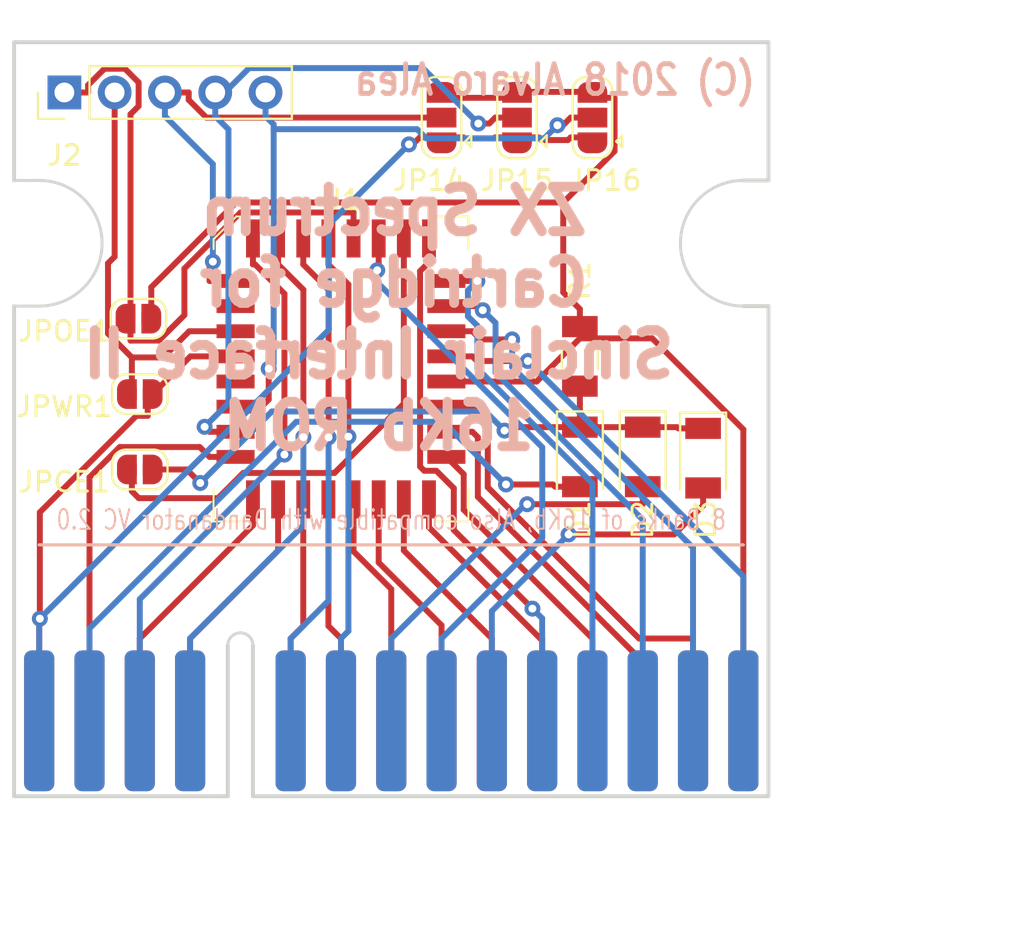
<source format=kicad_pcb>
(kicad_pcb (version 20171130) (host pcbnew 5.0.0-rc2-be01b52~65~ubuntu18.04.1)

  (general
    (thickness 1.6)
    (drawings 23)
    (tracks 311)
    (zones 0)
    (modules 13)
    (nets 35)
  )

  (page A4)
  (layers
    (0 F.Cu signal)
    (31 B.Cu signal)
    (32 B.Adhes user)
    (33 F.Adhes user)
    (34 B.Paste user)
    (35 F.Paste user)
    (36 B.SilkS user)
    (37 F.SilkS user)
    (38 B.Mask user)
    (39 F.Mask user)
    (40 Dwgs.User user)
    (41 Cmts.User user)
    (42 Eco1.User user)
    (43 Eco2.User user)
    (44 Edge.Cuts user)
    (45 Margin user)
    (46 B.CrtYd user)
    (47 F.CrtYd user)
    (48 B.Fab user)
    (49 F.Fab user)
  )

  (setup
    (last_trace_width 0.3)
    (trace_clearance 0.2)
    (zone_clearance 0.508)
    (zone_45_only no)
    (trace_min 0.2)
    (segment_width 0.2)
    (edge_width 0.15)
    (via_size 0.8)
    (via_drill 0.4)
    (via_min_size 0.4)
    (via_min_drill 0.3)
    (uvia_size 0.3)
    (uvia_drill 0.1)
    (uvias_allowed no)
    (uvia_min_size 0.2)
    (uvia_min_drill 0.1)
    (pcb_text_width 0.3)
    (pcb_text_size 1.5 1.5)
    (mod_edge_width 0.15)
    (mod_text_size 1 1)
    (mod_text_width 0.15)
    (pad_size 1.524 1.524)
    (pad_drill 0.762)
    (pad_to_mask_clearance 0.2)
    (aux_axis_origin 0 0)
    (visible_elements FFFFF77F)
    (pcbplotparams
      (layerselection 0x010fc_ffffffff)
      (usegerberextensions false)
      (usegerberattributes false)
      (usegerberadvancedattributes false)
      (creategerberjobfile false)
      (excludeedgelayer true)
      (linewidth 0.100000)
      (plotframeref false)
      (viasonmask false)
      (mode 1)
      (useauxorigin false)
      (hpglpennumber 1)
      (hpglpenspeed 20)
      (hpglpendiameter 15)
      (psnegative false)
      (psa4output false)
      (plotreference true)
      (plotvalue true)
      (plotinvisibletext false)
      (padsonsilk false)
      (subtractmaskfromsilk false)
      (outputformat 1)
      (mirror false)
      (drillshape 0)
      (scaleselection 1)
      (outputdirectory if2_cartridge/))
  )

  (net 0 "")
  (net 1 "Net-(D1-Pad1)")
  (net 2 "Net-(D1-Pad2)")
  (net 3 "Net-(D2-Pad2)")
  (net 4 "Net-(D3-Pad2)")
  (net 5 D3)
  (net 6 D4)
  (net 7 D5)
  (net 8 D6)
  (net 9 D7)
  (net 10 A10)
  (net 11 A11)
  (net 12 A9)
  (net 13 A8)
  (net 14 A13)
  (net 15 +5V)
  (net 16 GND)
  (net 17 D2)
  (net 18 D1)
  (net 19 D0)
  (net 20 A0)
  (net 21 A1)
  (net 22 A2)
  (net 23 A3)
  (net 24 A4)
  (net 25 A5)
  (net 26 A6)
  (net 27 A7)
  (net 28 A12)
  (net 29 A14)
  (net 30 A15)
  (net 31 A16)
  (net 32 "Net-(J2-Pad1)")
  (net 33 "Net-(J2-Pad2)")
  (net 34 "Net-(JPCE1-Pad1)")

  (net_class Default "This is the default net class."
    (clearance 0.2)
    (trace_width 0.3)
    (via_dia 0.8)
    (via_drill 0.4)
    (uvia_dia 0.3)
    (uvia_drill 0.1)
    (add_net +5V)
    (add_net A0)
    (add_net A1)
    (add_net A10)
    (add_net A11)
    (add_net A12)
    (add_net A13)
    (add_net A14)
    (add_net A15)
    (add_net A16)
    (add_net A2)
    (add_net A3)
    (add_net A4)
    (add_net A5)
    (add_net A6)
    (add_net A7)
    (add_net A8)
    (add_net A9)
    (add_net D0)
    (add_net D1)
    (add_net D2)
    (add_net D3)
    (add_net D4)
    (add_net D5)
    (add_net D6)
    (add_net D7)
    (add_net GND)
    (add_net "Net-(D1-Pad1)")
    (add_net "Net-(D1-Pad2)")
    (add_net "Net-(D2-Pad2)")
    (add_net "Net-(D3-Pad2)")
    (add_net "Net-(J2-Pad1)")
    (add_net "Net-(J2-Pad2)")
    (add_net "Net-(JPCE1-Pad1)")
  )

  (module SINCLAIR:CART_IF2_EDGE (layer F.Cu) (tedit 5B1EC7C5) (tstamp 5B4076B5)
    (at 124.46 83.82)
    (descr "ZX Edge")
    (tags "CONN BUS  ZX")
    (path /5B25F681)
    (fp_text reference J1 (at 0 -5.08) (layer F.SilkS) hide
      (effects (font (size 1.524 1.524) (thickness 0.3048)))
    )
    (fp_text value cartridge_IF2 (at 2.54 -6.35) (layer F.SilkS) hide
      (effects (font (size 1.524 1.524) (thickness 0.3048)))
    )
    (fp_poly (pts (xy 26.67 3.81) (xy 26.67 -3.81) (xy -11.43 -3.81) (xy -11.43 3.81)) (layer F.Mask) (width 0.15))
    (fp_poly (pts (xy 26.67 -3.81) (xy 26.67 3.81) (xy -11.43 3.81) (xy -11.43 -3.81)) (layer B.Mask) (width 0.15))
    (fp_line (start 27.305 3.81) (end 27.305 -3.81) (layer Dwgs.User) (width 0.15))
    (fp_line (start 0.635 3.81) (end 27.305 3.81) (layer Dwgs.User) (width 0.15))
    (fp_line (start 0.635 -3.81) (end 0.635 3.81) (layer Dwgs.User) (width 0.15))
    (fp_line (start -0.635 -3.81) (end 0.635 -3.81) (layer Dwgs.User) (width 0.15))
    (fp_line (start -0.635 3.81) (end -0.635 -3.81) (layer Dwgs.User) (width 0.15))
    (fp_line (start -12.065 3.81) (end -0.635 3.81) (layer Dwgs.User) (width 0.15))
    (fp_line (start -12.065 -3.81) (end -12.065 3.81) (layer Dwgs.User) (width 0.15))
    (pad 1 connect roundrect (at -10.16 0) (size 1.524 7.112) (layers F.Cu) (roundrect_rratio 0.25)
      (net 15 +5V))
    (pad 3 connect roundrect (at -7.62 0) (size 1.524 7.112) (layers F.Cu) (roundrect_rratio 0.25)
      (net 28 A12))
    (pad 5 connect roundrect (at -5.08 0) (size 1.524 7.112) (layers F.Cu) (roundrect_rratio 0.25)
      (net 27 A7))
    (pad 7 connect roundrect (at -2.54 0) (size 1.524 7.112) (layers F.Cu) (roundrect_rratio 0.25)
      (net 26 A6))
    (pad 9 connect roundrect (at 2.54 0) (size 1.524 7.112) (layers F.Cu) (roundrect_rratio 0.25)
      (net 25 A5))
    (pad 11 connect roundrect (at 5.08 0) (size 1.524 7.112) (layers F.Cu) (roundrect_rratio 0.25)
      (net 24 A4))
    (pad 13 connect roundrect (at 7.62 0) (size 1.524 7.112) (layers F.Cu) (roundrect_rratio 0.25)
      (net 23 A3))
    (pad 15 connect roundrect (at 10.16 0) (size 1.524 7.112) (layers F.Cu) (roundrect_rratio 0.25)
      (net 22 A2))
    (pad 17 connect roundrect (at 12.7 0) (size 1.524 7.112) (layers F.Cu) (roundrect_rratio 0.25)
      (net 21 A1))
    (pad 19 connect roundrect (at 15.24 0) (size 1.524 7.112) (layers F.Cu) (roundrect_rratio 0.25)
      (net 20 A0))
    (pad 21 connect roundrect (at 17.78 0) (size 1.524 7.112) (layers F.Cu) (roundrect_rratio 0.25)
      (net 19 D0))
    (pad 23 connect roundrect (at 20.32 0) (size 1.524 7.112) (layers F.Cu) (roundrect_rratio 0.25)
      (net 18 D1))
    (pad 25 connect roundrect (at 22.86 0) (size 1.524 7.112) (layers F.Cu) (roundrect_rratio 0.25)
      (net 17 D2))
    (pad 27 connect roundrect (at 25.4 0) (size 1.524 7.112) (layers F.Cu) (roundrect_rratio 0.25)
      (net 16 GND))
    (pad 2 connect roundrect (at -10.16 0) (size 1.524 7.112) (layers B.Cu) (roundrect_rratio 0.25)
      (net 15 +5V))
    (pad 4 connect roundrect (at -7.62 0) (size 1.524 7.112) (layers B.Cu) (roundrect_rratio 0.25)
      (net 2 "Net-(D1-Pad2)"))
    (pad 6 connect roundrect (at -5.08 0) (size 1.524 7.112) (layers B.Cu) (roundrect_rratio 0.25)
      (net 14 A13))
    (pad 8 connect roundrect (at -2.54 0) (size 1.524 7.112) (layers B.Cu) (roundrect_rratio 0.25)
      (net 13 A8))
    (pad 10 connect roundrect (at 2.54 0) (size 1.524 7.112) (layers B.Cu) (roundrect_rratio 0.25)
      (net 12 A9))
    (pad 12 connect roundrect (at 5.08 0) (size 1.524 7.112) (layers B.Cu) (roundrect_rratio 0.25)
      (net 11 A11))
    (pad 14 connect roundrect (at 7.62 0) (size 1.524 7.112) (layers B.Cu) (roundrect_rratio 0.25)
      (net 3 "Net-(D2-Pad2)"))
    (pad 16 connect roundrect (at 10.16 0) (size 1.524 7.112) (layers B.Cu) (roundrect_rratio 0.25)
      (net 10 A10))
    (pad 18 connect roundrect (at 12.7 0) (size 1.524 7.112) (layers B.Cu) (roundrect_rratio 0.25)
      (net 4 "Net-(D3-Pad2)"))
    (pad 20 connect roundrect (at 15.24 0) (size 1.524 7.112) (layers B.Cu) (roundrect_rratio 0.25)
      (net 9 D7))
    (pad 22 connect roundrect (at 17.78 0) (size 1.524 7.112) (layers B.Cu) (roundrect_rratio 0.25)
      (net 8 D6))
    (pad 24 connect roundrect (at 20.32 0) (size 1.524 7.112) (layers B.Cu) (roundrect_rratio 0.25)
      (net 7 D5))
    (pad 26 connect roundrect (at 22.86 0) (size 1.524 7.112) (layers B.Cu) (roundrect_rratio 0.25)
      (net 6 D4))
    (pad 28 connect roundrect (at 25.4 0) (size 1.524 7.112) (layers B.Cu) (roundrect_rratio 0.25)
      (net 5 D3))
  )

  (module Diode_SMD:D_1206_3216Metric (layer F.Cu) (tedit 5A00A67B) (tstamp 5B40766F)
    (at 141.605 70.485 270)
    (descr "Diode SMD 1206 (3216 Metric), square (rectangular) end terminal, IPC_7351 nominal, (Body size source: http://www.tortai-tech.com/upload/download/2011102023233369053.pdf), generated with kicad-footprint-generator")
    (tags diode)
    (path /5B284867)
    (attr smd)
    (fp_text reference D1 (at 3.175 0 270) (layer F.SilkS)
      (effects (font (size 1 1) (thickness 0.15)))
    )
    (fp_text value 1N4148 (at 0 2.05 270) (layer F.Fab)
      (effects (font (size 1 1) (thickness 0.15)))
    )
    (fp_line (start 1.6 -0.8) (end -1.2 -0.8) (layer F.Fab) (width 0.1))
    (fp_line (start -1.2 -0.8) (end -1.6 -0.4) (layer F.Fab) (width 0.1))
    (fp_line (start -1.6 -0.4) (end -1.6 0.8) (layer F.Fab) (width 0.1))
    (fp_line (start -1.6 0.8) (end 1.6 0.8) (layer F.Fab) (width 0.1))
    (fp_line (start 1.6 0.8) (end 1.6 -0.8) (layer F.Fab) (width 0.1))
    (fp_line (start 1.6 -1.16) (end -2.3 -1.16) (layer F.SilkS) (width 0.12))
    (fp_line (start -2.3 -1.16) (end -2.3 1.16) (layer F.SilkS) (width 0.12))
    (fp_line (start -2.3 1.16) (end 1.6 1.16) (layer F.SilkS) (width 0.12))
    (fp_line (start -2.29 1.15) (end -2.29 -1.15) (layer F.CrtYd) (width 0.05))
    (fp_line (start -2.29 -1.15) (end 2.29 -1.15) (layer F.CrtYd) (width 0.05))
    (fp_line (start 2.29 -1.15) (end 2.29 1.15) (layer F.CrtYd) (width 0.05))
    (fp_line (start 2.29 1.15) (end -2.29 1.15) (layer F.CrtYd) (width 0.05))
    (fp_text user %R (at 0 0 270) (layer F.Fab)
      (effects (font (size 0.8 0.8) (thickness 0.12)))
    )
    (pad 1 smd rect (at -1.505 0 270) (size 1.07 1.8) (layers F.Cu F.Paste F.Mask)
      (net 1 "Net-(D1-Pad1)"))
    (pad 2 smd rect (at 1.505 0 270) (size 1.07 1.8) (layers F.Cu F.Paste F.Mask)
      (net 2 "Net-(D1-Pad2)"))
    (model ${KISYS3DMOD}/Diode_SMD.3dshapes/D_1206_3216Metric.wrl
      (at (xyz 0 0 0))
      (scale (xyz 1 1 1))
      (rotate (xyz 0 0 0))
    )
  )

  (module Diode_SMD:D_1206_3216Metric (layer F.Cu) (tedit 5A00A67B) (tstamp 5B4087AF)
    (at 144.78 70.485 270)
    (descr "Diode SMD 1206 (3216 Metric), square (rectangular) end terminal, IPC_7351 nominal, (Body size source: http://www.tortai-tech.com/upload/download/2011102023233369053.pdf), generated with kicad-footprint-generator")
    (tags diode)
    (path /5B28497B)
    (attr smd)
    (fp_text reference D2 (at 3.175 0 270) (layer F.SilkS)
      (effects (font (size 1 1) (thickness 0.15)))
    )
    (fp_text value 1N4148 (at 0 2.05 270) (layer F.Fab)
      (effects (font (size 1 1) (thickness 0.15)))
    )
    (fp_text user %R (at 0 0 270) (layer F.Fab)
      (effects (font (size 0.8 0.8) (thickness 0.12)))
    )
    (fp_line (start 2.29 1.15) (end -2.29 1.15) (layer F.CrtYd) (width 0.05))
    (fp_line (start 2.29 -1.15) (end 2.29 1.15) (layer F.CrtYd) (width 0.05))
    (fp_line (start -2.29 -1.15) (end 2.29 -1.15) (layer F.CrtYd) (width 0.05))
    (fp_line (start -2.29 1.15) (end -2.29 -1.15) (layer F.CrtYd) (width 0.05))
    (fp_line (start -2.3 1.16) (end 1.6 1.16) (layer F.SilkS) (width 0.12))
    (fp_line (start -2.3 -1.16) (end -2.3 1.16) (layer F.SilkS) (width 0.12))
    (fp_line (start 1.6 -1.16) (end -2.3 -1.16) (layer F.SilkS) (width 0.12))
    (fp_line (start 1.6 0.8) (end 1.6 -0.8) (layer F.Fab) (width 0.1))
    (fp_line (start -1.6 0.8) (end 1.6 0.8) (layer F.Fab) (width 0.1))
    (fp_line (start -1.6 -0.4) (end -1.6 0.8) (layer F.Fab) (width 0.1))
    (fp_line (start -1.2 -0.8) (end -1.6 -0.4) (layer F.Fab) (width 0.1))
    (fp_line (start 1.6 -0.8) (end -1.2 -0.8) (layer F.Fab) (width 0.1))
    (pad 2 smd rect (at 1.505 0 270) (size 1.07 1.8) (layers F.Cu F.Paste F.Mask)
      (net 3 "Net-(D2-Pad2)"))
    (pad 1 smd rect (at -1.505 0 270) (size 1.07 1.8) (layers F.Cu F.Paste F.Mask)
      (net 1 "Net-(D1-Pad1)"))
    (model ${KISYS3DMOD}/Diode_SMD.3dshapes/D_1206_3216Metric.wrl
      (at (xyz 0 0 0))
      (scale (xyz 1 1 1))
      (rotate (xyz 0 0 0))
    )
  )

  (module Diode_SMD:D_1206_3216Metric (layer F.Cu) (tedit 5A00A67B) (tstamp 5B409A75)
    (at 147.828 70.5485 270)
    (descr "Diode SMD 1206 (3216 Metric), square (rectangular) end terminal, IPC_7351 nominal, (Body size source: http://www.tortai-tech.com/upload/download/2011102023233369053.pdf), generated with kicad-footprint-generator")
    (tags diode)
    (path /5B2849C1)
    (attr smd)
    (fp_text reference D3 (at 3.1115 -0.127 90) (layer F.SilkS)
      (effects (font (size 1 1) (thickness 0.15)))
    )
    (fp_text value 1N4148 (at 0 2.05 270) (layer F.Fab)
      (effects (font (size 1 1) (thickness 0.15)))
    )
    (fp_line (start 1.6 -0.8) (end -1.2 -0.8) (layer F.Fab) (width 0.1))
    (fp_line (start -1.2 -0.8) (end -1.6 -0.4) (layer F.Fab) (width 0.1))
    (fp_line (start -1.6 -0.4) (end -1.6 0.8) (layer F.Fab) (width 0.1))
    (fp_line (start -1.6 0.8) (end 1.6 0.8) (layer F.Fab) (width 0.1))
    (fp_line (start 1.6 0.8) (end 1.6 -0.8) (layer F.Fab) (width 0.1))
    (fp_line (start 1.6 -1.16) (end -2.3 -1.16) (layer F.SilkS) (width 0.12))
    (fp_line (start -2.3 -1.16) (end -2.3 1.16) (layer F.SilkS) (width 0.12))
    (fp_line (start -2.3 1.16) (end 1.6 1.16) (layer F.SilkS) (width 0.12))
    (fp_line (start -2.29 1.15) (end -2.29 -1.15) (layer F.CrtYd) (width 0.05))
    (fp_line (start -2.29 -1.15) (end 2.29 -1.15) (layer F.CrtYd) (width 0.05))
    (fp_line (start 2.29 -1.15) (end 2.29 1.15) (layer F.CrtYd) (width 0.05))
    (fp_line (start 2.29 1.15) (end -2.29 1.15) (layer F.CrtYd) (width 0.05))
    (fp_text user %R (at 0 0 270) (layer F.Fab)
      (effects (font (size 0.8 0.8) (thickness 0.12)))
    )
    (pad 1 smd rect (at -1.505 0 270) (size 1.07 1.8) (layers F.Cu F.Paste F.Mask)
      (net 1 "Net-(D1-Pad1)"))
    (pad 2 smd rect (at 1.505 0 270) (size 1.07 1.8) (layers F.Cu F.Paste F.Mask)
      (net 4 "Net-(D3-Pad2)"))
    (model ${KISYS3DMOD}/Diode_SMD.3dshapes/D_1206_3216Metric.wrl
      (at (xyz 0 0 0))
      (scale (xyz 1 1 1))
      (rotate (xyz 0 0 0))
    )
  )

  (module Jumper:SolderJumper-3_P1.3mm_Open_RoundedPad1.0x1.5mm (layer F.Cu) (tedit 5A3F8C1A) (tstamp 5B40989B)
    (at 134.62 53.34 90)
    (descr "SMD Solder 3-pad Jumper, 1x1.5mm rounded Pads, 0.3mm gap, open")
    (tags "solder jumper open")
    (path /5B2979E6)
    (attr virtual)
    (fp_text reference JP14 (at -3.175 -0.635) (layer F.SilkS)
      (effects (font (size 1 1) (thickness 0.15)))
    )
    (fp_text value S (at 0 1.9 90) (layer F.Fab)
      (effects (font (size 1 1) (thickness 0.15)))
    )
    (fp_arc (start -1.35 -0.3) (end -1.35 -1) (angle -90) (layer F.SilkS) (width 0.12))
    (fp_arc (start -1.35 0.3) (end -2.05 0.3) (angle -90) (layer F.SilkS) (width 0.12))
    (fp_arc (start 1.35 0.3) (end 1.35 1) (angle -90) (layer F.SilkS) (width 0.12))
    (fp_arc (start 1.35 -0.3) (end 2.05 -0.3) (angle -90) (layer F.SilkS) (width 0.12))
    (fp_line (start 2.3 1.25) (end -2.3 1.25) (layer F.CrtYd) (width 0.05))
    (fp_line (start 2.3 1.25) (end 2.3 -1.25) (layer F.CrtYd) (width 0.05))
    (fp_line (start -2.3 -1.25) (end -2.3 1.25) (layer F.CrtYd) (width 0.05))
    (fp_line (start -2.3 -1.25) (end 2.3 -1.25) (layer F.CrtYd) (width 0.05))
    (fp_line (start -1.4 -1) (end 1.4 -1) (layer F.SilkS) (width 0.12))
    (fp_line (start 2.05 -0.3) (end 2.05 0.3) (layer F.SilkS) (width 0.12))
    (fp_line (start 1.4 1) (end -1.4 1) (layer F.SilkS) (width 0.12))
    (fp_line (start -2.05 0.3) (end -2.05 -0.3) (layer F.SilkS) (width 0.12))
    (fp_line (start -1.2 1.2) (end -1.5 1.5) (layer F.SilkS) (width 0.12))
    (fp_line (start -1.5 1.5) (end -0.9 1.5) (layer F.SilkS) (width 0.12))
    (fp_line (start -1.2 1.2) (end -0.9 1.5) (layer F.SilkS) (width 0.12))
    (pad 3 smd rect (at 1 0 90) (size 0.5 1.5) (layers F.Cu F.Mask)
      (net 16 GND))
    (pad 3 smd roundrect (at 1.3 0 90) (size 1 1.5) (layers F.Cu F.Mask) (roundrect_rratio 0.5)
      (net 16 GND))
    (pad 2 smd rect (at 0 0 90) (size 1 1.5) (layers F.Cu F.Mask)
      (net 29 A14))
    (pad 1 smd rect (at -1 0 90) (size 0.5 1.5) (layers F.Cu F.Mask)
      (net 15 +5V))
    (pad 1 smd roundrect (at -1.3 0 90) (size 1 1.5) (layers F.Cu F.Mask) (roundrect_rratio 0.5)
      (net 15 +5V))
  )

  (module Jumper:SolderJumper-3_P1.3mm_Open_RoundedPad1.0x1.5mm (layer F.Cu) (tedit 5A3F8C1A) (tstamp 5B40984D)
    (at 138.43 53.34 90)
    (descr "SMD Solder 3-pad Jumper, 1x1.5mm rounded Pads, 0.3mm gap, open")
    (tags "solder jumper open")
    (path /5B297974)
    (attr virtual)
    (fp_text reference JP15 (at -3.175 0 180) (layer F.SilkS)
      (effects (font (size 1 1) (thickness 0.15)))
    )
    (fp_text value S (at 0 1.9 90) (layer F.Fab)
      (effects (font (size 1 1) (thickness 0.15)))
    )
    (fp_line (start -1.2 1.2) (end -0.9 1.5) (layer F.SilkS) (width 0.12))
    (fp_line (start -1.5 1.5) (end -0.9 1.5) (layer F.SilkS) (width 0.12))
    (fp_line (start -1.2 1.2) (end -1.5 1.5) (layer F.SilkS) (width 0.12))
    (fp_line (start -2.05 0.3) (end -2.05 -0.3) (layer F.SilkS) (width 0.12))
    (fp_line (start 1.4 1) (end -1.4 1) (layer F.SilkS) (width 0.12))
    (fp_line (start 2.05 -0.3) (end 2.05 0.3) (layer F.SilkS) (width 0.12))
    (fp_line (start -1.4 -1) (end 1.4 -1) (layer F.SilkS) (width 0.12))
    (fp_line (start -2.3 -1.25) (end 2.3 -1.25) (layer F.CrtYd) (width 0.05))
    (fp_line (start -2.3 -1.25) (end -2.3 1.25) (layer F.CrtYd) (width 0.05))
    (fp_line (start 2.3 1.25) (end 2.3 -1.25) (layer F.CrtYd) (width 0.05))
    (fp_line (start 2.3 1.25) (end -2.3 1.25) (layer F.CrtYd) (width 0.05))
    (fp_arc (start 1.35 -0.3) (end 2.05 -0.3) (angle -90) (layer F.SilkS) (width 0.12))
    (fp_arc (start 1.35 0.3) (end 1.35 1) (angle -90) (layer F.SilkS) (width 0.12))
    (fp_arc (start -1.35 0.3) (end -2.05 0.3) (angle -90) (layer F.SilkS) (width 0.12))
    (fp_arc (start -1.35 -0.3) (end -1.35 -1) (angle -90) (layer F.SilkS) (width 0.12))
    (pad 1 smd roundrect (at -1.3 0 90) (size 1 1.5) (layers F.Cu F.Mask) (roundrect_rratio 0.5)
      (net 15 +5V))
    (pad 1 smd rect (at -1 0 90) (size 0.5 1.5) (layers F.Cu F.Mask)
      (net 15 +5V))
    (pad 2 smd rect (at 0 0 90) (size 1 1.5) (layers F.Cu F.Mask)
      (net 30 A15))
    (pad 3 smd roundrect (at 1.3 0 90) (size 1 1.5) (layers F.Cu F.Mask) (roundrect_rratio 0.5)
      (net 16 GND))
    (pad 3 smd rect (at 1 0 90) (size 0.5 1.5) (layers F.Cu F.Mask)
      (net 16 GND))
  )

  (module Jumper:SolderJumper-3_P1.3mm_Open_RoundedPad1.0x1.5mm (layer F.Cu) (tedit 5A3F8C1A) (tstamp 5B409808)
    (at 142.24 53.34 90)
    (descr "SMD Solder 3-pad Jumper, 1x1.5mm rounded Pads, 0.3mm gap, open")
    (tags "solder jumper open")
    (path /5B297AD0)
    (attr virtual)
    (fp_text reference JP16 (at -3.175 0.635 180) (layer F.SilkS)
      (effects (font (size 1 1) (thickness 0.15)))
    )
    (fp_text value S (at 0 1.9 90) (layer F.Fab)
      (effects (font (size 1 1) (thickness 0.15)))
    )
    (fp_line (start -1.2 1.2) (end -0.9 1.5) (layer F.SilkS) (width 0.12))
    (fp_line (start -1.5 1.5) (end -0.9 1.5) (layer F.SilkS) (width 0.12))
    (fp_line (start -1.2 1.2) (end -1.5 1.5) (layer F.SilkS) (width 0.12))
    (fp_line (start -2.05 0.3) (end -2.05 -0.3) (layer F.SilkS) (width 0.12))
    (fp_line (start 1.4 1) (end -1.4 1) (layer F.SilkS) (width 0.12))
    (fp_line (start 2.05 -0.3) (end 2.05 0.3) (layer F.SilkS) (width 0.12))
    (fp_line (start -1.4 -1) (end 1.4 -1) (layer F.SilkS) (width 0.12))
    (fp_line (start -2.3 -1.25) (end 2.3 -1.25) (layer F.CrtYd) (width 0.05))
    (fp_line (start -2.3 -1.25) (end -2.3 1.25) (layer F.CrtYd) (width 0.05))
    (fp_line (start 2.3 1.25) (end 2.3 -1.25) (layer F.CrtYd) (width 0.05))
    (fp_line (start 2.3 1.25) (end -2.3 1.25) (layer F.CrtYd) (width 0.05))
    (fp_arc (start 1.35 -0.3) (end 2.05 -0.3) (angle -90) (layer F.SilkS) (width 0.12))
    (fp_arc (start 1.35 0.3) (end 1.35 1) (angle -90) (layer F.SilkS) (width 0.12))
    (fp_arc (start -1.35 0.3) (end -2.05 0.3) (angle -90) (layer F.SilkS) (width 0.12))
    (fp_arc (start -1.35 -0.3) (end -1.35 -1) (angle -90) (layer F.SilkS) (width 0.12))
    (pad 1 smd roundrect (at -1.3 0 90) (size 1 1.5) (layers F.Cu F.Mask) (roundrect_rratio 0.5)
      (net 15 +5V))
    (pad 1 smd rect (at -1 0 90) (size 0.5 1.5) (layers F.Cu F.Mask)
      (net 15 +5V))
    (pad 2 smd rect (at 0 0 90) (size 1 1.5) (layers F.Cu F.Mask)
      (net 31 A16))
    (pad 3 smd roundrect (at 1.3 0 90) (size 1 1.5) (layers F.Cu F.Mask) (roundrect_rratio 0.5)
      (net 16 GND))
    (pad 3 smd rect (at 1 0 90) (size 0.5 1.5) (layers F.Cu F.Mask)
      (net 16 GND))
  )

  (module Resistor_SMD:R_1206_3216Metric (layer F.Cu) (tedit 59FE48B8) (tstamp 5B409237)
    (at 141.605 65.405 90)
    (descr "Resistor SMD 1206 (3216 Metric), square (rectangular) end terminal, IPC_7351 nominal, (Body size source: http://www.tortai-tech.com/upload/download/2011102023233369053.pdf), generated with kicad-footprint-generator")
    (tags resistor)
    (path /5B28F586)
    (attr smd)
    (fp_text reference R1 (at 3.81 0 90) (layer F.SilkS)
      (effects (font (size 1 1) (thickness 0.15)))
    )
    (fp_text value R (at 0 2.05 90) (layer F.Fab)
      (effects (font (size 1 1) (thickness 0.15)))
    )
    (fp_line (start -1.6 0.8) (end -1.6 -0.8) (layer F.Fab) (width 0.1))
    (fp_line (start -1.6 -0.8) (end 1.6 -0.8) (layer F.Fab) (width 0.1))
    (fp_line (start 1.6 -0.8) (end 1.6 0.8) (layer F.Fab) (width 0.1))
    (fp_line (start 1.6 0.8) (end -1.6 0.8) (layer F.Fab) (width 0.1))
    (fp_line (start -0.65 -0.91) (end 0.65 -0.91) (layer F.SilkS) (width 0.12))
    (fp_line (start -0.65 0.91) (end 0.65 0.91) (layer F.SilkS) (width 0.12))
    (fp_line (start -2.29 1.15) (end -2.29 -1.15) (layer F.CrtYd) (width 0.05))
    (fp_line (start -2.29 -1.15) (end 2.29 -1.15) (layer F.CrtYd) (width 0.05))
    (fp_line (start 2.29 -1.15) (end 2.29 1.15) (layer F.CrtYd) (width 0.05))
    (fp_line (start 2.29 1.15) (end -2.29 1.15) (layer F.CrtYd) (width 0.05))
    (fp_text user %R (at 0 0 90) (layer F.Fab)
      (effects (font (size 0.8 0.8) (thickness 0.12)))
    )
    (pad 1 smd rect (at -1.505 0 90) (size 1.07 1.8) (layers F.Cu F.Paste F.Mask)
      (net 1 "Net-(D1-Pad1)"))
    (pad 2 smd rect (at 1.505 0 90) (size 1.07 1.8) (layers F.Cu F.Paste F.Mask)
      (net 16 GND))
    (model ${KISYS3DMOD}/Resistor_SMD.3dshapes/R_1206_3216Metric.wrl
      (at (xyz 0 0 0))
      (scale (xyz 1 1 1))
      (rotate (xyz 0 0 0))
    )
  )

  (module Package_LCC:PLCC-32 (layer F.Cu) (tedit 5A02ECC8) (tstamp 5B4079B6)
    (at 129.54 66.04)
    (descr "PLCC, 32 pins, surface mount")
    (tags "plcc smt")
    (path /5B25F938)
    (attr smd)
    (fp_text reference U1 (at 0 -8.555) (layer F.SilkS)
      (effects (font (size 1 1) (thickness 0.15)))
    )
    (fp_text value 29F010-TSOP-SP (at 0 8.555) (layer F.Fab)
      (effects (font (size 1 1) (thickness 0.15)))
    )
    (fp_line (start -5.285 -7.555) (end -6.285 -6.555) (layer F.Fab) (width 0.1))
    (fp_line (start -6.285 -6.555) (end -6.285 7.555) (layer F.Fab) (width 0.1))
    (fp_line (start -6.285 7.555) (end 6.285 7.555) (layer F.Fab) (width 0.1))
    (fp_line (start 6.285 7.555) (end 6.285 -7.555) (layer F.Fab) (width 0.1))
    (fp_line (start 6.285 -7.555) (end -5.285 -7.555) (layer F.Fab) (width 0.1))
    (fp_line (start -6.75 -8.05) (end -6.75 8.05) (layer F.CrtYd) (width 0.05))
    (fp_line (start -6.75 8.05) (end 6.75 8.05) (layer F.CrtYd) (width 0.05))
    (fp_line (start 6.75 8.05) (end 6.75 -8.05) (layer F.CrtYd) (width 0.05))
    (fp_line (start 6.75 -8.05) (end -6.75 -8.05) (layer F.CrtYd) (width 0.05))
    (fp_line (start -0.5 -7.555) (end 0 -6.555) (layer F.Fab) (width 0.1))
    (fp_line (start 0 -6.555) (end 0.5 -7.555) (layer F.Fab) (width 0.1))
    (fp_line (start -4.785 -7.705) (end -5.285 -7.705) (layer F.SilkS) (width 0.1))
    (fp_line (start -5.285 -7.705) (end -6.435 -6.555) (layer F.SilkS) (width 0.1))
    (fp_line (start -6.435 -6.555) (end -6.435 -6.055) (layer F.SilkS) (width 0.1))
    (fp_line (start 4.785 -7.705) (end 6.435 -7.705) (layer F.SilkS) (width 0.1))
    (fp_line (start 6.435 -7.705) (end 6.435 -6.055) (layer F.SilkS) (width 0.1))
    (fp_line (start -4.785 7.705) (end -6.435 7.705) (layer F.SilkS) (width 0.1))
    (fp_line (start -6.435 7.705) (end -6.435 6.055) (layer F.SilkS) (width 0.1))
    (fp_line (start 4.785 7.705) (end 6.435 7.705) (layer F.SilkS) (width 0.1))
    (fp_line (start 6.435 7.705) (end 6.435 6.055) (layer F.SilkS) (width 0.1))
    (fp_text user %R (at 0 0) (layer F.Fab)
      (effects (font (size 1 1) (thickness 0.15)))
    )
    (pad 1 smd rect (at -0.635 -6.5925) (size 0.7 1.925) (layers F.Cu F.Paste F.Mask)
      (net 11 A11))
    (pad 2 smd rect (at -1.905 -6.5925) (size 0.7 1.925) (layers F.Cu F.Paste F.Mask)
      (net 12 A9))
    (pad 3 smd rect (at -3.175 -6.5925) (size 0.7 1.925) (layers F.Cu F.Paste F.Mask)
      (net 13 A8))
    (pad 4 smd rect (at -4.445 -6.5925) (size 0.7 1.925) (layers F.Cu F.Paste F.Mask)
      (net 14 A13))
    (pad 32 smd rect (at 0.635 -6.5925) (size 0.7 1.925) (layers F.Cu F.Paste F.Mask)
      (net 32 "Net-(J2-Pad1)"))
    (pad 31 smd rect (at 1.905 -6.5925) (size 0.7 1.925) (layers F.Cu F.Paste F.Mask)
      (net 10 A10))
    (pad 30 smd rect (at 3.175 -6.5925) (size 0.7 1.925) (layers F.Cu F.Paste F.Mask)
      (net 34 "Net-(JPCE1-Pad1)"))
    (pad 29 smd rect (at 4.445 -6.5925) (size 0.7 1.925) (layers F.Cu F.Paste F.Mask)
      (net 9 D7))
    (pad 5 smd rect (at -5.3225 -4.445) (size 1.925 0.7) (layers F.Cu F.Paste F.Mask)
      (net 29 A14))
    (pad 6 smd rect (at -5.3225 -3.175) (size 1.925 0.7) (layers F.Cu F.Paste F.Mask))
    (pad 7 smd rect (at -5.3225 -1.905) (size 1.925 0.7) (layers F.Cu F.Paste F.Mask)
      (net 33 "Net-(J2-Pad2)"))
    (pad 8 smd rect (at -5.3225 -0.635) (size 1.925 0.7) (layers F.Cu F.Paste F.Mask)
      (net 15 +5V))
    (pad 9 smd rect (at -5.3225 0.635) (size 1.925 0.7) (layers F.Cu F.Paste F.Mask))
    (pad 10 smd rect (at -5.3225 1.905) (size 1.925 0.7) (layers F.Cu F.Paste F.Mask)
      (net 31 A16))
    (pad 11 smd rect (at -5.3225 3.175) (size 1.925 0.7) (layers F.Cu F.Paste F.Mask)
      (net 30 A15))
    (pad 12 smd rect (at -5.3225 4.445) (size 1.925 0.7) (layers F.Cu F.Paste F.Mask)
      (net 28 A12))
    (pad 13 smd rect (at -4.445 6.5925) (size 0.7 1.925) (layers F.Cu F.Paste F.Mask)
      (net 27 A7))
    (pad 14 smd rect (at -3.175 6.5925) (size 0.7 1.925) (layers F.Cu F.Paste F.Mask)
      (net 26 A6))
    (pad 15 smd rect (at -1.905 6.5925) (size 0.7 1.925) (layers F.Cu F.Paste F.Mask)
      (net 25 A5))
    (pad 16 smd rect (at -0.635 6.5925) (size 0.7 1.925) (layers F.Cu F.Paste F.Mask)
      (net 24 A4))
    (pad 17 smd rect (at 0.635 6.5925) (size 0.7 1.925) (layers F.Cu F.Paste F.Mask)
      (net 23 A3))
    (pad 18 smd rect (at 1.905 6.5925) (size 0.7 1.925) (layers F.Cu F.Paste F.Mask)
      (net 22 A2))
    (pad 19 smd rect (at 3.175 6.5925) (size 0.7 1.925) (layers F.Cu F.Paste F.Mask)
      (net 21 A1))
    (pad 20 smd rect (at 4.445 6.5925) (size 0.7 1.925) (layers F.Cu F.Paste F.Mask)
      (net 20 A0))
    (pad 21 smd rect (at 5.3225 4.445) (size 1.925 0.7) (layers F.Cu F.Paste F.Mask)
      (net 19 D0))
    (pad 22 smd rect (at 5.3225 3.175) (size 1.925 0.7) (layers F.Cu F.Paste F.Mask)
      (net 18 D1))
    (pad 23 smd rect (at 5.3225 1.905) (size 1.925 0.7) (layers F.Cu F.Paste F.Mask)
      (net 17 D2))
    (pad 24 smd rect (at 5.3225 0.635) (size 1.925 0.7) (layers F.Cu F.Paste F.Mask)
      (net 16 GND))
    (pad 25 smd rect (at 5.3225 -0.635) (size 1.925 0.7) (layers F.Cu F.Paste F.Mask)
      (net 5 D3))
    (pad 26 smd rect (at 5.3225 -1.905) (size 1.925 0.7) (layers F.Cu F.Paste F.Mask)
      (net 6 D4))
    (pad 27 smd rect (at 5.3225 -3.175) (size 1.925 0.7) (layers F.Cu F.Paste F.Mask)
      (net 7 D5))
    (pad 28 smd rect (at 5.3225 -4.445) (size 1.925 0.7) (layers F.Cu F.Paste F.Mask)
      (net 8 D6))
    (model /home/tripi/src/kicad_libs/packages3d/smd_plcc/plcc32.wrl
      (at (xyz 0 0 0))
      (scale (xyz 1 1 1))
      (rotate (xyz 0 0 180))
    )
  )

  (module Connector_PinHeader_2.54mm:PinHeader_1x05_P2.54mm_Vertical (layer F.Cu) (tedit 59FED5CC) (tstamp 5B408279)
    (at 115.57 52.07 90)
    (descr "Through hole straight pin header, 1x05, 2.54mm pitch, single row")
    (tags "Through hole pin header THT 1x05 2.54mm single row")
    (path /5B2BED63)
    (fp_text reference J2 (at -3.175 0 180) (layer F.SilkS)
      (effects (font (size 1 1) (thickness 0.15)))
    )
    (fp_text value Conn_01x05 (at 0 12.49 90) (layer F.Fab)
      (effects (font (size 1 1) (thickness 0.15)))
    )
    (fp_line (start -0.635 -1.27) (end 1.27 -1.27) (layer F.Fab) (width 0.1))
    (fp_line (start 1.27 -1.27) (end 1.27 11.43) (layer F.Fab) (width 0.1))
    (fp_line (start 1.27 11.43) (end -1.27 11.43) (layer F.Fab) (width 0.1))
    (fp_line (start -1.27 11.43) (end -1.27 -0.635) (layer F.Fab) (width 0.1))
    (fp_line (start -1.27 -0.635) (end -0.635 -1.27) (layer F.Fab) (width 0.1))
    (fp_line (start -1.33 11.49) (end 1.33 11.49) (layer F.SilkS) (width 0.12))
    (fp_line (start -1.33 1.27) (end -1.33 11.49) (layer F.SilkS) (width 0.12))
    (fp_line (start 1.33 1.27) (end 1.33 11.49) (layer F.SilkS) (width 0.12))
    (fp_line (start -1.33 1.27) (end 1.33 1.27) (layer F.SilkS) (width 0.12))
    (fp_line (start -1.33 0) (end -1.33 -1.33) (layer F.SilkS) (width 0.12))
    (fp_line (start -1.33 -1.33) (end 0 -1.33) (layer F.SilkS) (width 0.12))
    (fp_line (start -1.8 -1.8) (end -1.8 11.95) (layer F.CrtYd) (width 0.05))
    (fp_line (start -1.8 11.95) (end 1.8 11.95) (layer F.CrtYd) (width 0.05))
    (fp_line (start 1.8 11.95) (end 1.8 -1.8) (layer F.CrtYd) (width 0.05))
    (fp_line (start 1.8 -1.8) (end -1.8 -1.8) (layer F.CrtYd) (width 0.05))
    (fp_text user %R (at 0 5.08 180) (layer F.Fab)
      (effects (font (size 1 1) (thickness 0.15)))
    )
    (pad 1 thru_hole rect (at 0 0 90) (size 1.7 1.7) (drill 1) (layers *.Cu *.Mask)
      (net 32 "Net-(J2-Pad1)"))
    (pad 2 thru_hole oval (at 0 2.54 90) (size 1.7 1.7) (drill 1) (layers *.Cu *.Mask)
      (net 33 "Net-(J2-Pad2)"))
    (pad 3 thru_hole oval (at 0 5.08 90) (size 1.7 1.7) (drill 1) (layers *.Cu *.Mask)
      (net 29 A14))
    (pad 4 thru_hole oval (at 0 7.62 90) (size 1.7 1.7) (drill 1) (layers *.Cu *.Mask)
      (net 30 A15))
    (pad 5 thru_hole oval (at 0 10.16 90) (size 1.7 1.7) (drill 1) (layers *.Cu *.Mask)
      (net 31 A16))
  )

  (module Jumper:SolderJumper-2_P1.3mm_Open_RoundedPad1.0x1.5mm (layer F.Cu) (tedit 5A3EAE8E) (tstamp 5B4082A2)
    (at 119.31 63.5)
    (descr "SMD Solder Jumper, 1x1.5mm, rounded Pads, 0.3mm gap, open")
    (tags "solder jumper open")
    (path /5B2C8E87)
    (attr virtual)
    (fp_text reference JPOE1 (at -3.74 0.635) (layer F.SilkS)
      (effects (font (size 1 1) (thickness 0.15)))
    )
    (fp_text value OE (at 0 1.9) (layer F.Fab)
      (effects (font (size 1 1) (thickness 0.15)))
    )
    (fp_line (start 1.65 1.25) (end -1.65 1.25) (layer F.CrtYd) (width 0.05))
    (fp_line (start 1.65 1.25) (end 1.65 -1.25) (layer F.CrtYd) (width 0.05))
    (fp_line (start -1.65 -1.25) (end -1.65 1.25) (layer F.CrtYd) (width 0.05))
    (fp_line (start -1.65 -1.25) (end 1.65 -1.25) (layer F.CrtYd) (width 0.05))
    (fp_line (start -0.7 -1) (end 0.7 -1) (layer F.SilkS) (width 0.12))
    (fp_line (start 1.4 -0.3) (end 1.4 0.3) (layer F.SilkS) (width 0.12))
    (fp_line (start 0.7 1) (end -0.7 1) (layer F.SilkS) (width 0.12))
    (fp_line (start -1.4 0.3) (end -1.4 -0.3) (layer F.SilkS) (width 0.12))
    (fp_arc (start -0.7 -0.3) (end -0.7 -1) (angle -90) (layer F.SilkS) (width 0.12))
    (fp_arc (start -0.7 0.3) (end -1.4 0.3) (angle -90) (layer F.SilkS) (width 0.12))
    (fp_arc (start 0.7 0.3) (end 0.7 1) (angle -90) (layer F.SilkS) (width 0.12))
    (fp_arc (start 0.7 -0.3) (end 1.4 -0.3) (angle -90) (layer F.SilkS) (width 0.12))
    (pad 2 smd rect (at 0.4 0) (size 0.5 1.5) (layers F.Cu F.Mask)
      (net 16 GND))
    (pad 1 smd rect (at -0.4 0) (size 0.5 1.5) (layers F.Cu F.Mask)
      (net 32 "Net-(J2-Pad1)"))
    (pad 1 smd roundrect (at -0.65 0) (size 1 1.5) (layers F.Cu F.Mask) (roundrect_rratio 0.5)
      (net 32 "Net-(J2-Pad1)"))
    (pad 2 smd roundrect (at 0.65 0) (size 1 1.5) (layers F.Cu F.Mask) (roundrect_rratio 0.5)
      (net 16 GND))
  )

  (module Jumper:SolderJumper-2_P1.3mm_Open_RoundedPad1.0x1.5mm (layer F.Cu) (tedit 5A3EAE8E) (tstamp 5B409591)
    (at 119.38 67.31 180)
    (descr "SMD Solder Jumper, 1x1.5mm, rounded Pads, 0.3mm gap, open")
    (tags "solder jumper open")
    (path /5B2C8DCB)
    (attr virtual)
    (fp_text reference JPWR1 (at 3.81 -0.635 180) (layer F.SilkS)
      (effects (font (size 1 1) (thickness 0.15)))
    )
    (fp_text value WE (at 0 1.9 180) (layer F.Fab)
      (effects (font (size 1 1) (thickness 0.15)))
    )
    (fp_arc (start 0.7 -0.3) (end 1.4 -0.3) (angle -90) (layer F.SilkS) (width 0.12))
    (fp_arc (start 0.7 0.3) (end 0.7 1) (angle -90) (layer F.SilkS) (width 0.12))
    (fp_arc (start -0.7 0.3) (end -1.4 0.3) (angle -90) (layer F.SilkS) (width 0.12))
    (fp_arc (start -0.7 -0.3) (end -0.7 -1) (angle -90) (layer F.SilkS) (width 0.12))
    (fp_line (start -1.4 0.3) (end -1.4 -0.3) (layer F.SilkS) (width 0.12))
    (fp_line (start 0.7 1) (end -0.7 1) (layer F.SilkS) (width 0.12))
    (fp_line (start 1.4 -0.3) (end 1.4 0.3) (layer F.SilkS) (width 0.12))
    (fp_line (start -0.7 -1) (end 0.7 -1) (layer F.SilkS) (width 0.12))
    (fp_line (start -1.65 -1.25) (end 1.65 -1.25) (layer F.CrtYd) (width 0.05))
    (fp_line (start -1.65 -1.25) (end -1.65 1.25) (layer F.CrtYd) (width 0.05))
    (fp_line (start 1.65 1.25) (end 1.65 -1.25) (layer F.CrtYd) (width 0.05))
    (fp_line (start 1.65 1.25) (end -1.65 1.25) (layer F.CrtYd) (width 0.05))
    (pad 2 smd roundrect (at 0.65 0 180) (size 1 1.5) (layers F.Cu F.Mask) (roundrect_rratio 0.5)
      (net 33 "Net-(J2-Pad2)"))
    (pad 1 smd roundrect (at -0.65 0 180) (size 1 1.5) (layers F.Cu F.Mask) (roundrect_rratio 0.5)
      (net 15 +5V))
    (pad 1 smd rect (at -0.4 0 180) (size 0.5 1.5) (layers F.Cu F.Mask)
      (net 15 +5V))
    (pad 2 smd rect (at 0.4 0 180) (size 0.5 1.5) (layers F.Cu F.Mask)
      (net 33 "Net-(J2-Pad2)"))
  )

  (module Jumper:SolderJumper-2_P1.3mm_Open_RoundedPad1.0x1.5mm (layer F.Cu) (tedit 5A3EAE8E) (tstamp 5B409F75)
    (at 119.38 71.12)
    (descr "SMD Solder Jumper, 1x1.5mm, rounded Pads, 0.3mm gap, open")
    (tags "solder jumper open")
    (path /5B2EB195)
    (attr virtual)
    (fp_text reference JPCE1 (at -3.81 0.635) (layer F.SilkS)
      (effects (font (size 1 1) (thickness 0.15)))
    )
    (fp_text value CE (at 0 1.9) (layer F.Fab)
      (effects (font (size 1 1) (thickness 0.15)))
    )
    (fp_arc (start 0.7 -0.3) (end 1.4 -0.3) (angle -90) (layer F.SilkS) (width 0.12))
    (fp_arc (start 0.7 0.3) (end 0.7 1) (angle -90) (layer F.SilkS) (width 0.12))
    (fp_arc (start -0.7 0.3) (end -1.4 0.3) (angle -90) (layer F.SilkS) (width 0.12))
    (fp_arc (start -0.7 -0.3) (end -0.7 -1) (angle -90) (layer F.SilkS) (width 0.12))
    (fp_line (start -1.4 0.3) (end -1.4 -0.3) (layer F.SilkS) (width 0.12))
    (fp_line (start 0.7 1) (end -0.7 1) (layer F.SilkS) (width 0.12))
    (fp_line (start 1.4 -0.3) (end 1.4 0.3) (layer F.SilkS) (width 0.12))
    (fp_line (start -0.7 -1) (end 0.7 -1) (layer F.SilkS) (width 0.12))
    (fp_line (start -1.65 -1.25) (end 1.65 -1.25) (layer F.CrtYd) (width 0.05))
    (fp_line (start -1.65 -1.25) (end -1.65 1.25) (layer F.CrtYd) (width 0.05))
    (fp_line (start 1.65 1.25) (end 1.65 -1.25) (layer F.CrtYd) (width 0.05))
    (fp_line (start 1.65 1.25) (end -1.65 1.25) (layer F.CrtYd) (width 0.05))
    (pad 2 smd roundrect (at 0.65 0) (size 1 1.5) (layers F.Cu F.Mask) (roundrect_rratio 0.5)
      (net 1 "Net-(D1-Pad1)"))
    (pad 1 smd roundrect (at -0.65 0) (size 1 1.5) (layers F.Cu F.Mask) (roundrect_rratio 0.5)
      (net 34 "Net-(JPCE1-Pad1)"))
    (pad 1 smd rect (at -0.4 0) (size 0.5 1.5) (layers F.Cu F.Mask)
      (net 34 "Net-(JPCE1-Pad1)"))
    (pad 2 smd rect (at 0.4 0) (size 0.5 1.5) (layers F.Cu F.Mask)
      (net 1 "Net-(D1-Pad1)"))
  )

  (gr_text "8 Banks of 16Kb, Also compatible with Dandanator VC 2.0" (at 132.08 73.66) (layer B.SilkS)
    (effects (font (size 1 0.75) (thickness 0.1)) (justify mirror))
  )
  (gr_text "(C) 2018 Alvaro Alea" (at 140.335 51.435) (layer B.SilkS)
    (effects (font (size 1.5 1.25) (thickness 0.25)) (justify mirror))
  )
  (gr_line (start 114.3 74.93) (end 149.86 74.93) (layer B.SilkS) (width 0.15))
  (gr_text "ZX Spectrum \nCartridge for \nSinclair Interface II\n16Kb ROM" (at 131.445 63.5) (layer B.SilkS)
    (effects (font (size 2.25 2) (thickness 0.5)) (justify mirror))
  )
  (gr_line (start 113.03 56.515) (end 114.3 56.515) (layer Edge.Cuts) (width 0.15))
  (gr_line (start 113.03 62.865) (end 114.3 62.865) (layer Edge.Cuts) (width 0.15))
  (gr_line (start 149.86 62.865) (end 151.13 62.865) (layer Edge.Cuts) (width 0.2))
  (gr_line (start 149.86 56.515) (end 151.13 56.515) (layer Edge.Cuts) (width 0.2))
  (gr_line (start 149.86 74.93) (end 114.3 74.93) (layer F.SilkS) (width 0.15))
  (gr_arc (start 124.46 80.01) (end 125.095 80.01) (angle -180) (layer Edge.Cuts) (width 0.15))
  (gr_arc (start 114.3 59.69) (end 114.3 62.865) (angle -180) (layer Edge.Cuts) (width 0.15))
  (gr_arc (start 149.86 59.69) (end 149.86 56.515) (angle -180) (layer Edge.Cuts) (width 0.15))
  (dimension 38.1 (width 0.3) (layer Dwgs.User)
    (gr_text "38,100 mm" (at 162.12 68.58 90) (layer Dwgs.User)
      (effects (font (size 1.5 1.5) (thickness 0.3)))
    )
    (feature1 (pts (xy 151.13 49.53) (xy 160.606421 49.53)))
    (feature2 (pts (xy 151.13 87.63) (xy 160.606421 87.63)))
    (crossbar (pts (xy 160.02 87.63) (xy 160.02 49.53)))
    (arrow1a (pts (xy 160.02 49.53) (xy 160.606421 50.656504)))
    (arrow1b (pts (xy 160.02 49.53) (xy 159.433579 50.656504)))
    (arrow2a (pts (xy 160.02 87.63) (xy 160.606421 86.503496)))
    (arrow2b (pts (xy 160.02 87.63) (xy 159.433579 86.503496)))
  )
  (dimension 38.1 (width 0.3) (layer Dwgs.User)
    (gr_text "38,100 mm" (at 132.08 95.572) (layer Dwgs.User)
      (effects (font (size 1.5 1.5) (thickness 0.3)))
    )
    (feature1 (pts (xy 113.03 87.63) (xy 113.03 94.058421)))
    (feature2 (pts (xy 151.13 87.63) (xy 151.13 94.058421)))
    (crossbar (pts (xy 151.13 93.472) (xy 113.03 93.472)))
    (arrow1a (pts (xy 113.03 93.472) (xy 114.156504 92.885579)))
    (arrow1b (pts (xy 113.03 93.472) (xy 114.156504 94.058421)))
    (arrow2a (pts (xy 151.13 93.472) (xy 150.003496 92.885579)))
    (arrow2b (pts (xy 151.13 93.472) (xy 150.003496 94.058421)))
  )
  (gr_line (start 113.03 49.53) (end 113.03 56.515) (layer Edge.Cuts) (width 0.2))
  (gr_line (start 151.13 49.53) (end 113.03 49.53) (layer Edge.Cuts) (width 0.2))
  (gr_line (start 151.13 56.515) (end 151.13 49.53) (layer Edge.Cuts) (width 0.2))
  (gr_line (start 151.13 87.63) (end 151.13 62.865) (layer Edge.Cuts) (width 0.2))
  (gr_line (start 125.095 87.63) (end 151.13 87.63) (layer Edge.Cuts) (width 0.2))
  (gr_line (start 125.095 80.01) (end 125.095 87.63) (layer Edge.Cuts) (width 0.2))
  (gr_line (start 123.825 87.63) (end 123.825 80.01) (layer Edge.Cuts) (width 0.2))
  (gr_line (start 113.03 87.63) (end 123.825 87.63) (layer Edge.Cuts) (width 0.2))
  (gr_line (start 113.03 62.865) (end 113.03 87.63) (layer Edge.Cuts) (width 0.2))

  (segment (start 122.4337 71.8029) (end 126.0465 68.1901) (width 0.3) (layer B.Cu) (net 1))
  (segment (start 126.0465 68.1901) (end 136.835 68.1901) (width 0.3) (layer B.Cu) (net 1))
  (segment (start 136.835 68.1901) (end 137.7991 69.1542) (width 0.3) (layer B.Cu) (net 1))
  (segment (start 140.3547 68.98) (end 137.9733 68.98) (width 0.3) (layer F.Cu) (net 1))
  (segment (start 137.9733 68.98) (end 137.7991 69.1542) (width 0.3) (layer F.Cu) (net 1))
  (segment (start 141.605 68.98) (end 140.3547 68.98) (width 0.3) (layer F.Cu) (net 1))
  (segment (start 120.03 71.12) (end 121.7508 71.12) (width 0.3) (layer F.Cu) (net 1))
  (segment (start 121.7508 71.12) (end 122.4337 71.8029) (width 0.3) (layer F.Cu) (net 1))
  (segment (start 119.78 71.12) (end 120.03 71.12) (width 0.3) (layer F.Cu) (net 1))
  (segment (start 141.605 66.91) (end 141.605 67.7953) (width 0.3) (layer F.Cu) (net 1))
  (segment (start 141.605 67.7953) (end 141.605 68.0947) (width 0.3) (layer F.Cu) (net 1))
  (segment (start 141.605 68.98) (end 141.605 68.0947) (width 0.3) (layer F.Cu) (net 1))
  (segment (start 141.605 68.98) (end 143.5297 68.98) (width 0.3) (layer F.Cu) (net 1))
  (segment (start 144.78 68.98) (end 143.5297 68.98) (width 0.3) (layer F.Cu) (net 1))
  (segment (start 144.78 68.98) (end 146.5142 68.98) (width 0.3) (layer F.Cu) (net 1))
  (segment (start 146.5142 68.98) (end 146.5777 69.0435) (width 0.3) (layer F.Cu) (net 1))
  (segment (start 147.828 69.0435) (end 146.5777 69.0435) (width 0.3) (layer F.Cu) (net 1))
  (via (at 137.7991 69.1542) (size 0.8) (layers F.Cu B.Cu) (net 1))
  (via (at 122.4337 71.8029) (size 0.8) (layers F.Cu B.Cu) (net 1))
  (segment (start 137.8735 71.8782) (end 134.703 68.7077) (width 0.3) (layer B.Cu) (net 2))
  (segment (start 134.703 68.7077) (end 127.2834 68.7077) (width 0.3) (layer B.Cu) (net 2))
  (segment (start 127.2834 68.7077) (end 116.84 79.1511) (width 0.3) (layer B.Cu) (net 2))
  (segment (start 116.84 79.1511) (end 116.84 79.6597) (width 0.3) (layer B.Cu) (net 2))
  (segment (start 116.84 83.82) (end 116.84 79.6597) (width 0.3) (layer B.Cu) (net 2))
  (segment (start 141.605 71.99) (end 140.3547 71.99) (width 0.3) (layer F.Cu) (net 2))
  (segment (start 137.8735 71.8782) (end 140.2429 71.8782) (width 0.3) (layer F.Cu) (net 2))
  (segment (start 140.2429 71.8782) (end 140.3547 71.99) (width 0.3) (layer F.Cu) (net 2))
  (via (at 137.8735 71.8782) (size 0.8) (layers F.Cu B.Cu) (net 2))
  (segment (start 144.78 72.8753) (end 138.945 72.8753) (width 0.3) (layer F.Cu) (net 3))
  (segment (start 132.08 79.6597) (end 138.8644 72.8753) (width 0.3) (layer B.Cu) (net 3))
  (segment (start 138.8644 72.8753) (end 138.945 72.8753) (width 0.3) (layer B.Cu) (net 3))
  (segment (start 132.08 83.82) (end 132.08 79.6597) (width 0.3) (layer B.Cu) (net 3))
  (segment (start 144.78 71.99) (end 144.78 72.8753) (width 0.3) (layer F.Cu) (net 3))
  (via (at 138.945 72.8753) (size 0.8) (layers F.Cu B.Cu) (net 3))
  (segment (start 141.0358 74.4018) (end 137.16 78.2776) (width 0.3) (layer B.Cu) (net 4))
  (segment (start 137.16 78.2776) (end 137.16 79.6597) (width 0.3) (layer B.Cu) (net 4))
  (segment (start 147.828 72.9388) (end 146.365 74.4018) (width 0.3) (layer F.Cu) (net 4))
  (segment (start 146.365 74.4018) (end 141.0358 74.4018) (width 0.3) (layer F.Cu) (net 4))
  (segment (start 137.16 83.82) (end 137.16 79.6597) (width 0.3) (layer B.Cu) (net 4))
  (segment (start 147.828 72.0535) (end 147.828 72.9388) (width 0.3) (layer F.Cu) (net 4))
  (via (at 141.0358 74.4018) (size 0.8) (layers F.Cu B.Cu) (net 4))
  (segment (start 134.8625 65.405) (end 136.1753 65.405) (width 0.3) (layer F.Cu) (net 5))
  (segment (start 138.9783 65.6382) (end 149.86 76.5199) (width 0.3) (layer B.Cu) (net 5))
  (segment (start 149.86 76.5199) (end 149.86 83.82) (width 0.3) (layer B.Cu) (net 5))
  (segment (start 136.1753 65.405) (end 136.4085 65.6382) (width 0.3) (layer F.Cu) (net 5))
  (segment (start 136.4085 65.6382) (end 138.9783 65.6382) (width 0.3) (layer F.Cu) (net 5))
  (via (at 138.9783 65.6382) (size 0.8) (layers F.Cu B.Cu) (net 5))
  (segment (start 136.1753 64.135) (end 136.5893 64.549) (width 0.3) (layer F.Cu) (net 6))
  (segment (start 136.5893 64.549) (end 138.1845 64.549) (width 0.3) (layer F.Cu) (net 6))
  (segment (start 147.32 79.6597) (end 147.32 75.0769) (width 0.3) (layer B.Cu) (net 6))
  (segment (start 147.32 75.0769) (end 138.1846 65.9415) (width 0.3) (layer B.Cu) (net 6))
  (segment (start 138.1846 65.9415) (end 138.1846 64.549) (width 0.3) (layer B.Cu) (net 6))
  (segment (start 138.1846 64.549) (end 138.1845 64.549) (width 0.3) (layer B.Cu) (net 6))
  (segment (start 134.8625 64.135) (end 136.1753 64.135) (width 0.3) (layer F.Cu) (net 6))
  (segment (start 147.32 83.82) (end 147.32 79.6597) (width 0.3) (layer B.Cu) (net 6))
  (via (at 138.1845 64.549) (size 0.8) (layers F.Cu B.Cu) (net 6))
  (segment (start 136.7014 63.072) (end 137.3455 63.7161) (width 0.3) (layer B.Cu) (net 7))
  (segment (start 137.3455 63.7161) (end 137.3455 66.2243) (width 0.3) (layer B.Cu) (net 7))
  (segment (start 137.3455 66.2243) (end 144.78 73.6588) (width 0.3) (layer B.Cu) (net 7))
  (segment (start 144.78 73.6588) (end 144.78 83.82) (width 0.3) (layer B.Cu) (net 7))
  (segment (start 134.8625 62.865) (end 136.4944 62.865) (width 0.3) (layer F.Cu) (net 7))
  (segment (start 136.4944 62.865) (end 136.7014 63.072) (width 0.3) (layer F.Cu) (net 7))
  (via (at 136.7014 63.072) (size 0.8) (layers F.Cu B.Cu) (net 7))
  (segment (start 136.4264 61.595) (end 135.9511 62.0703) (width 0.3) (layer B.Cu) (net 8))
  (segment (start 135.9511 62.0703) (end 135.9511 63.3827) (width 0.3) (layer B.Cu) (net 8))
  (segment (start 135.9511 63.3827) (end 136.4263 63.8579) (width 0.3) (layer B.Cu) (net 8))
  (segment (start 136.4263 63.8579) (end 136.4264 63.8579) (width 0.3) (layer B.Cu) (net 8))
  (segment (start 136.4264 63.8579) (end 136.4264 66.0127) (width 0.3) (layer B.Cu) (net 8))
  (segment (start 136.4264 66.0127) (end 142.2399 71.8262) (width 0.3) (layer B.Cu) (net 8))
  (segment (start 142.2399 71.8262) (end 142.2399 79.6597) (width 0.3) (layer B.Cu) (net 8))
  (segment (start 142.2399 79.6597) (end 142.24 79.6597) (width 0.3) (layer B.Cu) (net 8))
  (segment (start 134.8625 61.595) (end 136.4264 61.595) (width 0.3) (layer F.Cu) (net 8))
  (segment (start 142.24 83.82) (end 142.24 79.6597) (width 0.3) (layer B.Cu) (net 8))
  (via (at 136.4264 61.595) (size 0.8) (layers F.Cu B.Cu) (net 8))
  (segment (start 133.985 60.7603) (end 133.8724 60.7603) (width 0.3) (layer F.Cu) (net 9))
  (segment (start 133.8724 60.7603) (end 133.5349 61.0978) (width 0.3) (layer F.Cu) (net 9))
  (segment (start 133.5349 61.0978) (end 133.5349 70.9733) (width 0.3) (layer F.Cu) (net 9))
  (segment (start 133.5349 70.9733) (end 133.747 71.1854) (width 0.3) (layer F.Cu) (net 9))
  (segment (start 133.747 71.1854) (end 134.356 71.1854) (width 0.3) (layer F.Cu) (net 9))
  (segment (start 134.356 71.1854) (end 135.2382 72.0676) (width 0.3) (layer F.Cu) (net 9))
  (segment (start 135.2382 72.0676) (end 135.2382 74.1795) (width 0.3) (layer F.Cu) (net 9))
  (segment (start 135.2382 74.1795) (end 139.2082 78.1495) (width 0.3) (layer F.Cu) (net 9))
  (segment (start 139.7 79.6597) (end 139.7 78.6413) (width 0.3) (layer B.Cu) (net 9))
  (segment (start 139.7 78.6413) (end 139.2082 78.1495) (width 0.3) (layer B.Cu) (net 9))
  (segment (start 139.7 83.82) (end 139.7 79.6597) (width 0.3) (layer B.Cu) (net 9))
  (segment (start 133.985 59.4475) (end 133.985 60.7603) (width 0.3) (layer F.Cu) (net 9))
  (via (at 139.2082 78.1495) (size 0.8) (layers F.Cu B.Cu) (net 9))
  (segment (start 131.3708 61.0531) (end 131.3708 61.6646) (width 0.3) (layer B.Cu) (net 10))
  (segment (start 131.3708 61.6646) (end 139.7053 69.9991) (width 0.3) (layer B.Cu) (net 10))
  (segment (start 139.7053 69.9991) (end 139.7053 74.5744) (width 0.3) (layer B.Cu) (net 10))
  (segment (start 139.7053 74.5744) (end 134.62 79.6597) (width 0.3) (layer B.Cu) (net 10))
  (segment (start 131.445 60.7603) (end 131.3708 60.8345) (width 0.3) (layer F.Cu) (net 10))
  (segment (start 131.3708 60.8345) (end 131.3708 61.0531) (width 0.3) (layer F.Cu) (net 10))
  (segment (start 134.62 83.82) (end 134.62 79.6597) (width 0.3) (layer B.Cu) (net 10))
  (segment (start 131.445 59.4475) (end 131.445 60.7603) (width 0.3) (layer F.Cu) (net 10))
  (via (at 131.3708 61.0531) (size 0.8) (layers F.Cu B.Cu) (net 10))
  (segment (start 128.905 60.7603) (end 129.915 61.7703) (width 0.3) (layer F.Cu) (net 11))
  (segment (start 129.915 61.7703) (end 129.915 69.4609) (width 0.3) (layer F.Cu) (net 11))
  (segment (start 129.54 79.6597) (end 129.915 79.2847) (width 0.3) (layer B.Cu) (net 11))
  (segment (start 129.915 79.2847) (end 129.915 69.4609) (width 0.3) (layer B.Cu) (net 11))
  (segment (start 128.905 59.4475) (end 128.905 60.7603) (width 0.3) (layer F.Cu) (net 11))
  (segment (start 129.54 83.82) (end 129.54 79.6597) (width 0.3) (layer B.Cu) (net 11))
  (via (at 129.915 69.4609) (size 0.8) (layers F.Cu B.Cu) (net 11))
  (segment (start 127.635 60.7603) (end 128.9146 62.0399) (width 0.3) (layer F.Cu) (net 12))
  (segment (start 128.9146 62.0399) (end 128.9146 69.4965) (width 0.3) (layer F.Cu) (net 12))
  (segment (start 127 79.6597) (end 128.9146 77.7451) (width 0.3) (layer B.Cu) (net 12))
  (segment (start 128.9146 77.7451) (end 128.9146 69.4965) (width 0.3) (layer B.Cu) (net 12))
  (segment (start 127 83.82) (end 127 79.6597) (width 0.3) (layer B.Cu) (net 12))
  (segment (start 127.635 59.4475) (end 127.635 60.7603) (width 0.3) (layer F.Cu) (net 12))
  (via (at 128.9146 69.4965) (size 0.8) (layers F.Cu B.Cu) (net 12))
  (segment (start 126.365 59.4475) (end 126.365 60.7603) (width 0.3) (layer F.Cu) (net 13))
  (segment (start 121.92 83.82) (end 121.92 79.6597) (width 0.3) (layer B.Cu) (net 13))
  (segment (start 126.365 60.7603) (end 127.6413 62.0366) (width 0.3) (layer F.Cu) (net 13))
  (segment (start 127.6413 62.0366) (end 127.6413 69.4874) (width 0.3) (layer F.Cu) (net 13))
  (segment (start 121.92 79.6597) (end 127.6413 73.9384) (width 0.3) (layer B.Cu) (net 13))
  (segment (start 127.6413 73.9384) (end 127.6413 69.4874) (width 0.3) (layer B.Cu) (net 13))
  (via (at 127.6413 69.4874) (size 0.8) (layers F.Cu B.Cu) (net 13))
  (segment (start 125.095 59.4475) (end 125.095 60.7603) (width 0.3) (layer F.Cu) (net 14))
  (segment (start 126.6846 70.3675) (end 119.38 77.6721) (width 0.3) (layer B.Cu) (net 14))
  (segment (start 119.38 77.6721) (end 119.38 83.82) (width 0.3) (layer B.Cu) (net 14))
  (segment (start 125.095 60.7603) (end 125.2038 60.7603) (width 0.3) (layer F.Cu) (net 14))
  (segment (start 125.2038 60.7603) (end 126.6846 62.2411) (width 0.3) (layer F.Cu) (net 14))
  (segment (start 126.6846 62.2411) (end 126.6846 70.3675) (width 0.3) (layer F.Cu) (net 14))
  (via (at 126.6846 70.3675) (size 0.8) (layers F.Cu B.Cu) (net 14))
  (segment (start 139.5303 54.34) (end 139.6656 54.4753) (width 0.3) (layer F.Cu) (net 15))
  (segment (start 139.6656 54.4753) (end 141.0044 54.4753) (width 0.3) (layer F.Cu) (net 15))
  (segment (start 141.0044 54.4753) (end 141.1397 54.34) (width 0.3) (layer F.Cu) (net 15))
  (segment (start 119.78 67.31) (end 119.78 68.4103) (width 0.3) (layer F.Cu) (net 15))
  (segment (start 119.78 67.31) (end 120.03 67.31) (width 0.3) (layer F.Cu) (net 15))
  (segment (start 119.78 68.4103) (end 119.2055 68.4103) (width 0.3) (layer F.Cu) (net 15))
  (segment (start 119.2055 68.4103) (end 114.332 73.2838) (width 0.3) (layer F.Cu) (net 15))
  (segment (start 114.332 73.2838) (end 114.332 78.658) (width 0.3) (layer F.Cu) (net 15))
  (segment (start 134.62 54.34) (end 133.5197 54.34) (width 0.3) (layer F.Cu) (net 15))
  (segment (start 132.9741 54.6922) (end 133.1675 54.6922) (width 0.3) (layer F.Cu) (net 15))
  (segment (start 133.1675 54.6922) (end 133.5197 54.34) (width 0.3) (layer F.Cu) (net 15))
  (segment (start 114.332 78.658) (end 128.9286 64.0614) (width 0.3) (layer B.Cu) (net 15))
  (segment (start 128.9286 64.0614) (end 128.9286 58.7377) (width 0.3) (layer B.Cu) (net 15))
  (segment (start 128.9286 58.7377) (end 132.9741 54.6922) (width 0.3) (layer B.Cu) (net 15))
  (segment (start 114.3 83.82) (end 114.3 78.69) (width 0.3) (layer B.Cu) (net 15))
  (segment (start 114.3 78.69) (end 114.332 78.658) (width 0.3) (layer B.Cu) (net 15))
  (segment (start 124.2175 65.405) (end 122.9047 65.405) (width 0.3) (layer F.Cu) (net 15))
  (segment (start 120.03 67.31) (end 121.935 65.405) (width 0.3) (layer F.Cu) (net 15))
  (segment (start 121.935 65.405) (end 122.9047 65.405) (width 0.3) (layer F.Cu) (net 15))
  (segment (start 134.62 54.34) (end 135.7203 54.34) (width 0.3) (layer F.Cu) (net 15))
  (segment (start 135.7203 54.34) (end 135.7695 54.3892) (width 0.3) (layer F.Cu) (net 15))
  (segment (start 135.7695 54.3892) (end 137.2805 54.3892) (width 0.3) (layer F.Cu) (net 15))
  (segment (start 137.2805 54.3892) (end 137.3297 54.34) (width 0.3) (layer F.Cu) (net 15))
  (segment (start 142.24 54.34) (end 141.1397 54.34) (width 0.3) (layer F.Cu) (net 15))
  (segment (start 134.62 54.64) (end 134.62 54.34) (width 0.3) (layer F.Cu) (net 15))
  (segment (start 114.332 78.658) (end 114.3 78.69) (width 0.3) (layer F.Cu) (net 15))
  (segment (start 114.3 78.69) (end 114.3 83.82) (width 0.3) (layer F.Cu) (net 15))
  (segment (start 138.43 54.34) (end 139.5303 54.34) (width 0.3) (layer F.Cu) (net 15))
  (segment (start 142.24 54.34) (end 142.24 54.64) (width 0.3) (layer F.Cu) (net 15))
  (segment (start 138.13 54.34) (end 138.43 54.64) (width 0.3) (layer F.Cu) (net 15))
  (segment (start 138.43 54.34) (end 138.13 54.34) (width 0.3) (layer F.Cu) (net 15))
  (segment (start 137.8799 54.34) (end 137.3297 54.34) (width 0.3) (layer F.Cu) (net 15))
  (segment (start 137.8799 54.34) (end 138.13 54.34) (width 0.3) (layer F.Cu) (net 15))
  (via (at 132.9741 54.6922) (size 0.8) (layers F.Cu B.Cu) (net 15))
  (via (at 114.332 78.658) (size 0.8) (layers F.Cu B.Cu) (net 15))
  (segment (start 141.605 63.9) (end 141.605 63.0147) (width 0.3) (layer F.Cu) (net 16))
  (segment (start 140.7648 57.6295) (end 143.3581 55.0362) (width 0.3) (layer F.Cu) (net 16))
  (segment (start 143.3581 55.0362) (end 143.3581 52.3578) (width 0.3) (layer F.Cu) (net 16))
  (segment (start 143.3581 52.3578) (end 143.3403 52.34) (width 0.3) (layer F.Cu) (net 16))
  (segment (start 119.96 63.5) (end 119.96 61.9115) (width 0.3) (layer F.Cu) (net 16))
  (segment (start 119.96 61.9115) (end 124.242 57.6295) (width 0.3) (layer F.Cu) (net 16))
  (segment (start 124.242 57.6295) (end 140.7648 57.6295) (width 0.3) (layer F.Cu) (net 16))
  (segment (start 140.7648 57.6295) (end 140.7648 62.1745) (width 0.3) (layer F.Cu) (net 16))
  (segment (start 140.7648 62.1745) (end 141.605 63.0147) (width 0.3) (layer F.Cu) (net 16))
  (segment (start 141.605 64.4959) (end 145.2603 64.4959) (width 0.3) (layer F.Cu) (net 16))
  (segment (start 145.2603 64.4959) (end 149.86 69.0956) (width 0.3) (layer F.Cu) (net 16))
  (segment (start 149.86 69.0956) (end 149.86 83.82) (width 0.3) (layer F.Cu) (net 16))
  (segment (start 141.605 64.3426) (end 141.605 64.4959) (width 0.3) (layer F.Cu) (net 16))
  (segment (start 141.605 64.4959) (end 139.4259 66.675) (width 0.3) (layer F.Cu) (net 16))
  (segment (start 139.4259 66.675) (end 134.8625 66.675) (width 0.3) (layer F.Cu) (net 16))
  (segment (start 141.605 63.9) (end 141.605 64.3426) (width 0.3) (layer F.Cu) (net 16))
  (segment (start 142.24 52.34) (end 143.3403 52.34) (width 0.3) (layer F.Cu) (net 16))
  (segment (start 119.96 63.5) (end 119.71 63.5) (width 0.3) (layer F.Cu) (net 16))
  (segment (start 142.24 52.34) (end 142.24 52.04) (width 0.3) (layer F.Cu) (net 16))
  (segment (start 142.24 52.04) (end 138.43 52.04) (width 0.3) (layer F.Cu) (net 16))
  (segment (start 134.62 52.34) (end 135.7203 52.34) (width 0.3) (layer F.Cu) (net 16))
  (segment (start 137.3297 52.34) (end 135.7203 52.34) (width 0.3) (layer F.Cu) (net 16))
  (segment (start 138.13 52.34) (end 138.43 52.04) (width 0.3) (layer F.Cu) (net 16))
  (segment (start 138.43 52.34) (end 138.13 52.34) (width 0.3) (layer F.Cu) (net 16))
  (segment (start 137.8799 52.34) (end 137.3297 52.34) (width 0.3) (layer F.Cu) (net 16))
  (segment (start 137.8799 52.34) (end 138.13 52.34) (width 0.3) (layer F.Cu) (net 16))
  (segment (start 134.62 52.04) (end 134.62 52.34) (width 0.3) (layer F.Cu) (net 16))
  (segment (start 147.32 83.82) (end 147.32 79.6597) (width 0.3) (layer F.Cu) (net 17))
  (segment (start 134.8625 67.945) (end 136.1753 67.945) (width 0.3) (layer F.Cu) (net 17))
  (segment (start 136.1753 67.945) (end 136.9531 68.7228) (width 0.3) (layer F.Cu) (net 17))
  (segment (start 136.9531 68.7228) (end 136.9531 72.0188) (width 0.3) (layer F.Cu) (net 17))
  (segment (start 136.9531 72.0188) (end 144.594 79.6597) (width 0.3) (layer F.Cu) (net 17))
  (segment (start 144.594 79.6597) (end 147.32 79.6597) (width 0.3) (layer F.Cu) (net 17))
  (segment (start 136.1753 69.215) (end 136.4527 69.4924) (width 0.3) (layer F.Cu) (net 18))
  (segment (start 136.4527 69.4924) (end 136.4527 72.5055) (width 0.3) (layer F.Cu) (net 18))
  (segment (start 136.4527 72.5055) (end 144.78 80.8328) (width 0.3) (layer F.Cu) (net 18))
  (segment (start 144.78 80.8328) (end 144.78 83.82) (width 0.3) (layer F.Cu) (net 18))
  (segment (start 134.8625 69.215) (end 136.1753 69.215) (width 0.3) (layer F.Cu) (net 18))
  (segment (start 142.24 83.82) (end 142.24 79.6597) (width 0.3) (layer F.Cu) (net 19))
  (segment (start 134.8625 70.485) (end 135.7386 71.3611) (width 0.3) (layer F.Cu) (net 19))
  (segment (start 135.7386 71.3611) (end 135.7386 73.1583) (width 0.3) (layer F.Cu) (net 19))
  (segment (start 135.7386 73.1583) (end 142.24 79.6597) (width 0.3) (layer F.Cu) (net 19))
  (segment (start 139.7 79.6597) (end 139.6017 79.6597) (width 0.3) (layer F.Cu) (net 20))
  (segment (start 139.6017 79.6597) (end 133.985 74.043) (width 0.3) (layer F.Cu) (net 20))
  (segment (start 133.985 74.043) (end 133.985 72.6325) (width 0.3) (layer F.Cu) (net 20))
  (segment (start 139.7 83.82) (end 139.7 79.6597) (width 0.3) (layer F.Cu) (net 20))
  (segment (start 137.16 83.82) (end 137.16 79.6597) (width 0.3) (layer F.Cu) (net 21))
  (segment (start 132.715 72.6325) (end 132.715 75.2147) (width 0.3) (layer F.Cu) (net 21))
  (segment (start 132.715 75.2147) (end 137.16 79.6597) (width 0.3) (layer F.Cu) (net 21))
  (segment (start 131.445 72.6325) (end 131.445 75.8205) (width 0.3) (layer F.Cu) (net 22))
  (segment (start 131.445 75.8205) (end 134.62 78.9955) (width 0.3) (layer F.Cu) (net 22))
  (segment (start 134.62 78.9955) (end 134.62 83.82) (width 0.3) (layer F.Cu) (net 22))
  (segment (start 130.175 72.6325) (end 130.175 75.2582) (width 0.3) (layer F.Cu) (net 23))
  (segment (start 130.175 75.2582) (end 132.08 77.1632) (width 0.3) (layer F.Cu) (net 23))
  (segment (start 132.08 77.1632) (end 132.08 83.82) (width 0.3) (layer F.Cu) (net 23))
  (segment (start 129.54 83.82) (end 129.54 79.6597) (width 0.3) (layer F.Cu) (net 24))
  (segment (start 128.905 72.6325) (end 128.905 79.0247) (width 0.3) (layer F.Cu) (net 24))
  (segment (start 128.905 79.0247) (end 129.54 79.6597) (width 0.3) (layer F.Cu) (net 24))
  (segment (start 127 83.82) (end 127 79.6597) (width 0.3) (layer F.Cu) (net 25))
  (segment (start 127.635 72.6325) (end 127.635 79.0247) (width 0.3) (layer F.Cu) (net 25))
  (segment (start 127.635 79.0247) (end 127 79.6597) (width 0.3) (layer F.Cu) (net 25))
  (segment (start 121.92 83.82) (end 121.92 79.6597) (width 0.3) (layer F.Cu) (net 26))
  (segment (start 126.365 72.6325) (end 126.365 75.2147) (width 0.3) (layer F.Cu) (net 26))
  (segment (start 126.365 75.2147) (end 121.92 79.6597) (width 0.3) (layer F.Cu) (net 26))
  (segment (start 119.38 83.82) (end 119.38 79.6597) (width 0.3) (layer F.Cu) (net 27))
  (segment (start 125.095 72.6325) (end 125.095 73.9453) (width 0.3) (layer F.Cu) (net 27))
  (segment (start 125.095 73.9453) (end 119.3806 79.6597) (width 0.3) (layer F.Cu) (net 27))
  (segment (start 119.3806 79.6597) (end 119.38 79.6597) (width 0.3) (layer F.Cu) (net 27))
  (segment (start 116.84 79.6597) (end 116.84 71.5131) (width 0.3) (layer F.Cu) (net 28))
  (segment (start 116.84 71.5131) (end 118.3679 69.9852) (width 0.3) (layer F.Cu) (net 28))
  (segment (start 118.3679 69.9852) (end 122.4049 69.9852) (width 0.3) (layer F.Cu) (net 28))
  (segment (start 122.4049 69.9852) (end 122.9047 70.485) (width 0.3) (layer F.Cu) (net 28))
  (segment (start 124.2175 70.485) (end 122.9047 70.485) (width 0.3) (layer F.Cu) (net 28))
  (segment (start 116.84 83.82) (end 116.84 79.6597) (width 0.3) (layer F.Cu) (net 28))
  (segment (start 120.65 53.2703) (end 123.0699 55.6902) (width 0.3) (layer B.Cu) (net 29))
  (segment (start 123.0699 55.6902) (end 123.0699 60.6181) (width 0.3) (layer B.Cu) (net 29))
  (segment (start 122.9047 61.595) (end 122.9047 60.7833) (width 0.3) (layer F.Cu) (net 29))
  (segment (start 122.9047 60.7833) (end 123.0699 60.6181) (width 0.3) (layer F.Cu) (net 29))
  (segment (start 120.65 52.07) (end 120.65 53.2703) (width 0.3) (layer B.Cu) (net 29))
  (segment (start 124.2175 61.595) (end 122.9047 61.595) (width 0.3) (layer F.Cu) (net 29))
  (segment (start 120.65 52.07) (end 121.8503 52.07) (width 0.3) (layer F.Cu) (net 29))
  (segment (start 121.8503 52.07) (end 121.8503 52.4451) (width 0.3) (layer F.Cu) (net 29))
  (segment (start 121.8503 52.4451) (end 122.7452 53.34) (width 0.3) (layer F.Cu) (net 29))
  (segment (start 122.7452 53.34) (end 134.62 53.34) (width 0.3) (layer F.Cu) (net 29))
  (via (at 123.0699 60.6181) (size 0.8) (layers F.Cu B.Cu) (net 29))
  (segment (start 123.19 52.07) (end 123.19 53.2703) (width 0.3) (layer B.Cu) (net 30))
  (segment (start 122.6542 68.9645) (end 123.8571 67.7616) (width 0.3) (layer B.Cu) (net 30))
  (segment (start 123.8571 67.7616) (end 123.8571 53.9374) (width 0.3) (layer B.Cu) (net 30))
  (segment (start 123.8571 53.9374) (end 123.19 53.2703) (width 0.3) (layer B.Cu) (net 30))
  (segment (start 122.9047 69.215) (end 122.6542 68.9645) (width 0.3) (layer F.Cu) (net 30))
  (segment (start 124.2175 69.215) (end 122.9047 69.215) (width 0.3) (layer F.Cu) (net 30))
  (segment (start 136.4769 53.6389) (end 133.6754 50.8374) (width 0.3) (layer B.Cu) (net 30))
  (segment (start 133.6754 50.8374) (end 124.9006 50.8374) (width 0.3) (layer B.Cu) (net 30))
  (segment (start 124.9006 50.8374) (end 123.668 52.07) (width 0.3) (layer B.Cu) (net 30))
  (segment (start 138.43 53.34) (end 137.3297 53.34) (width 0.3) (layer F.Cu) (net 30))
  (segment (start 136.4769 53.6389) (end 137.0308 53.6389) (width 0.3) (layer F.Cu) (net 30))
  (segment (start 137.0308 53.6389) (end 137.3297 53.34) (width 0.3) (layer F.Cu) (net 30))
  (segment (start 123.19 52.07) (end 123.668 52.07) (width 0.3) (layer B.Cu) (net 30))
  (via (at 122.6542 68.9645) (size 0.8) (layers F.Cu B.Cu) (net 30))
  (via (at 136.4769 53.6389) (size 0.8) (layers F.Cu B.Cu) (net 30))
  (segment (start 126.1409 53.9246) (end 126.1409 65.7755) (width 0.3) (layer B.Cu) (net 31))
  (segment (start 126.1409 65.7755) (end 125.8907 66.0257) (width 0.3) (layer B.Cu) (net 31))
  (segment (start 125.73 53.2703) (end 126.1409 53.6812) (width 0.3) (layer B.Cu) (net 31))
  (segment (start 126.1409 53.6812) (end 126.1409 53.9246) (width 0.3) (layer B.Cu) (net 31))
  (segment (start 126.1409 53.9246) (end 133.3848 53.9246) (width 0.3) (layer B.Cu) (net 31))
  (segment (start 133.3848 53.9246) (end 133.8495 54.3893) (width 0.3) (layer B.Cu) (net 31))
  (segment (start 133.8495 54.3893) (end 139.8066 54.3893) (width 0.3) (layer B.Cu) (net 31))
  (segment (start 139.8066 54.3893) (end 140.4709 53.725) (width 0.3) (layer B.Cu) (net 31))
  (segment (start 142.24 53.34) (end 141.1397 53.34) (width 0.3) (layer F.Cu) (net 31))
  (segment (start 140.4709 53.725) (end 140.7547 53.725) (width 0.3) (layer F.Cu) (net 31))
  (segment (start 140.7547 53.725) (end 141.1397 53.34) (width 0.3) (layer F.Cu) (net 31))
  (segment (start 125.8907 66.0257) (end 125.8907 67.5846) (width 0.3) (layer F.Cu) (net 31))
  (segment (start 125.8907 67.5846) (end 125.5303 67.945) (width 0.3) (layer F.Cu) (net 31))
  (segment (start 124.2175 67.945) (end 125.5303 67.945) (width 0.3) (layer F.Cu) (net 31))
  (segment (start 125.73 52.07) (end 125.73 53.2703) (width 0.3) (layer B.Cu) (net 31))
  (via (at 140.4709 53.725) (size 0.8) (layers F.Cu B.Cu) (net 31))
  (via (at 125.8907 66.0257) (size 0.8) (layers F.Cu B.Cu) (net 31))
  (segment (start 118.91 63.5) (end 118.91 53.1702) (width 0.3) (layer F.Cu) (net 32))
  (segment (start 118.91 53.1702) (end 119.3212 52.759) (width 0.3) (layer F.Cu) (net 32))
  (segment (start 119.3212 52.759) (end 119.3212 51.5625) (width 0.3) (layer F.Cu) (net 32))
  (segment (start 119.3212 51.5625) (end 118.6284 50.8697) (width 0.3) (layer F.Cu) (net 32))
  (segment (start 118.6284 50.8697) (end 117.5954 50.8697) (width 0.3) (layer F.Cu) (net 32))
  (segment (start 117.5954 50.8697) (end 116.7703 51.6948) (width 0.3) (layer F.Cu) (net 32))
  (segment (start 116.7703 51.6948) (end 116.7703 52.07) (width 0.3) (layer F.Cu) (net 32))
  (segment (start 115.57 52.07) (end 116.7703 52.07) (width 0.3) (layer F.Cu) (net 32))
  (segment (start 118.66 63.5) (end 118.91 63.5) (width 0.3) (layer F.Cu) (net 32))
  (segment (start 118.91 64.6003) (end 118.9157 64.606) (width 0.3) (layer F.Cu) (net 32))
  (segment (start 118.9157 64.606) (end 120.3452 64.606) (width 0.3) (layer F.Cu) (net 32))
  (segment (start 120.3452 64.606) (end 121.632 63.3192) (width 0.3) (layer F.Cu) (net 32))
  (segment (start 121.632 63.3192) (end 121.632 60.9692) (width 0.3) (layer F.Cu) (net 32))
  (segment (start 121.632 60.9692) (end 124.4665 58.1347) (width 0.3) (layer F.Cu) (net 32))
  (segment (start 124.4665 58.1347) (end 130.175 58.1347) (width 0.3) (layer F.Cu) (net 32))
  (segment (start 118.91 63.5) (end 118.91 64.6003) (width 0.3) (layer F.Cu) (net 32))
  (segment (start 130.175 59.4475) (end 130.175 58.1347) (width 0.3) (layer F.Cu) (net 32))
  (segment (start 118.98 65.4584) (end 120.5539 65.4584) (width 0.3) (layer F.Cu) (net 33))
  (segment (start 120.5539 65.4584) (end 121.8773 64.135) (width 0.3) (layer F.Cu) (net 33))
  (segment (start 121.8773 64.135) (end 124.2175 64.135) (width 0.3) (layer F.Cu) (net 33))
  (segment (start 118.98 66.2097) (end 118.98 65.4584) (width 0.3) (layer F.Cu) (net 33))
  (segment (start 118.98 65.4584) (end 117.7747 64.2531) (width 0.3) (layer F.Cu) (net 33))
  (segment (start 117.7747 64.2531) (end 117.7747 60.7032) (width 0.3) (layer F.Cu) (net 33))
  (segment (start 117.7747 60.7032) (end 118.11 60.3679) (width 0.3) (layer F.Cu) (net 33))
  (segment (start 118.11 60.3679) (end 118.11 52.07) (width 0.3) (layer F.Cu) (net 33))
  (segment (start 118.98 67.31) (end 118.98 66.2097) (width 0.3) (layer F.Cu) (net 33))
  (segment (start 118.98 67.31) (end 118.73 67.31) (width 0.3) (layer F.Cu) (net 33))
  (segment (start 118.98 71.12) (end 118.98 72.2203) (width 0.3) (layer F.Cu) (net 34))
  (segment (start 118.98 72.2203) (end 119.3288 72.5691) (width 0.3) (layer F.Cu) (net 34))
  (segment (start 119.3288 72.5691) (end 123.329 72.5691) (width 0.3) (layer F.Cu) (net 34))
  (segment (start 123.329 72.5691) (end 124.6019 71.2962) (width 0.3) (layer F.Cu) (net 34))
  (segment (start 124.6019 71.2962) (end 129.2103 71.2962) (width 0.3) (layer F.Cu) (net 34))
  (segment (start 129.2103 71.2962) (end 132.715 67.7915) (width 0.3) (layer F.Cu) (net 34))
  (segment (start 132.715 67.7915) (end 132.715 59.4475) (width 0.3) (layer F.Cu) (net 34))
  (segment (start 118.98 71.12) (end 118.73 71.12) (width 0.3) (layer F.Cu) (net 34))

)

</source>
